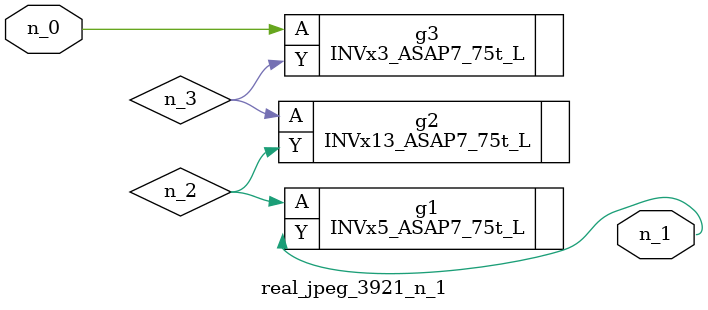
<source format=v>
module real_jpeg_3921_n_1 (n_0, n_1);

input n_0;

output n_1;

wire n_3;
wire n_2;

INVx3_ASAP7_75t_L g3 ( 
.A(n_0),
.Y(n_3)
);

INVx5_ASAP7_75t_L g1 ( 
.A(n_2),
.Y(n_1)
);

INVx13_ASAP7_75t_L g2 ( 
.A(n_3),
.Y(n_2)
);


endmodule
</source>
